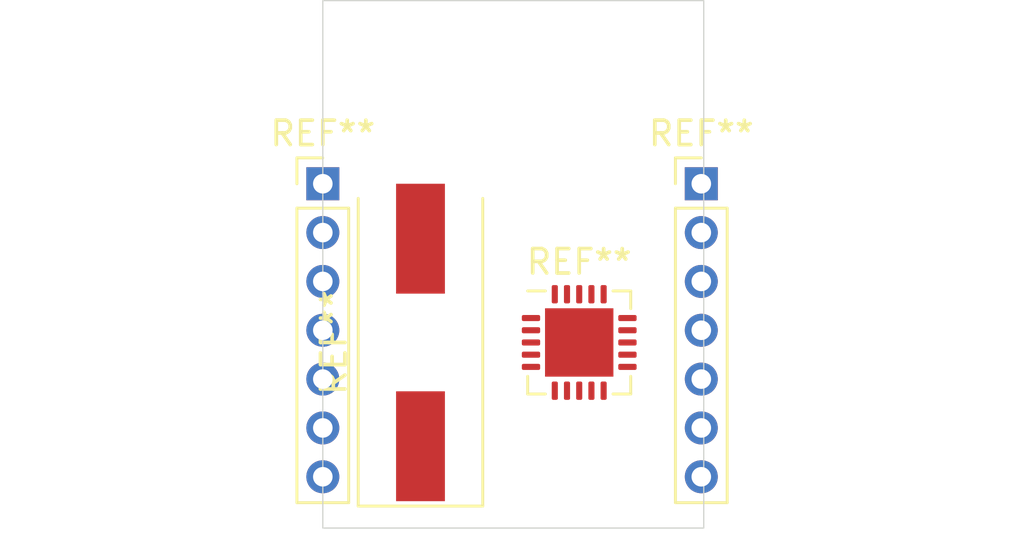
<source format=kicad_pcb>
(kicad_pcb (version 20210824) (generator pcbnew)
  (layers (0 "F.Cu" signal) (31 "B.Cu" signal) (34 "B.Paste" user) (35 "F.Paste" user) (36 "B.SilkS" user "B.Silkscreen") (37 "F.SilkS" user "F.Silkscreen") (38 "B.Mask" user) (39 "F.Mask" user) (44 "Edge.Cuts" user))
  (net 0 "")
  (footprint "Crystal:Crystal_SMD_HC49-SD" (layer "F.Cu") (at 104 114 90)
    (fp_text reference "REF**" (at 0 -3.55 90) (layer "F.SilkS"))
    (fp_text value "Crystal_SMD_HC49-SD")
    (fp_line (start -6.7 2.55) (end 5.9 2.55) (layer "F.SilkS") (width 0.12))
    (fp_line (start -6.7 -2.55) (end -6.7 2.55) (layer "F.SilkS") (width 0.12))
    (fp_line (start 5.9 -2.55) (end -6.7 -2.55) (layer "F.SilkS") (width 0.12))
    (pad "1" smd rect locked (at -4.25 0 90) (size 4.5 2) (layers "F.Cu" "F.Paste" "F.Mask"))
    (pad "2" smd rect locked (at 4.25 0 90) (size 4.5 2) (layers "F.Cu" "F.Paste" "F.Mask"))
  )
  (footprint "Package_DFN_QFN:UQFN-20-1EP_4x4mm_P0.5mm_EP2.8x2.8mm" (layer "F.Cu") (at 110.5 114)
    (fp_text reference "REF**" (at 0 -3.3) (layer "F.SilkS"))
    (fp_text value "UQFN-20-1EP_4x4mm_P0.5mm_EP2.8x2.8mm")
    (fp_line (start -1.385 -2.11) (end -2.11 -2.11) (layer "F.SilkS") (width 0.12))
    (fp_line (start 2.11 2.11) (end 2.11 1.385) (layer "F.SilkS") (width 0.12))
    (fp_line (start -2.11 2.11) (end -2.11 1.385) (layer "F.SilkS") (width 0.12))
    (fp_line (start 1.385 2.11) (end 2.11 2.11) (layer "F.SilkS") (width 0.12))
    (fp_line (start 2.11 -2.11) (end 2.11 -1.385) (layer "F.SilkS") (width 0.12))
    (fp_line (start -1.385 2.11) (end -2.11 2.11) (layer "F.SilkS") (width 0.12))
    (fp_line (start 1.385 -2.11) (end 2.11 -2.11) (layer "F.SilkS") (width 0.12))
    (pad "1" smd roundrect locked (at -1.975 -1) (size 0.75 0.25) (layers "F.Cu" "F.Paste" "F.Mask"))
    (pad "2" smd roundrect locked (at -1.975 -0.5) (size 0.75 0.25) (layers "F.Cu" "F.Paste" "F.Mask"))
    (pad "3" smd roundrect locked (at -1.975 0) (size 0.75 0.25) (layers "F.Cu" "F.Paste" "F.Mask"))
    (pad "4" smd roundrect locked (at -1.975 0.5) (size 0.75 0.25) (layers "F.Cu" "F.Paste" "F.Mask"))
    (pad "5" smd roundrect locked (at -1.975 1) (size 0.75 0.25) (layers "F.Cu" "F.Paste" "F.Mask"))
    (pad "6" smd roundrect locked (at -1 1.975) (size 0.25 0.75) (layers "F.Cu" "F.Paste" "F.Mask"))
    (pad "7" smd roundrect locked (at -0.5 1.975) (size 0.25 0.75) (layers "F.Cu" "F.Paste" "F.Mask"))
    (pad "8" smd roundrect locked (at 0 1.975) (size 0.25 0.75) (layers "F.Cu" "F.Paste" "F.Mask"))
    (pad "9" smd roundrect locked (at 0.5 1.975) (size 0.25 0.75) (layers "F.Cu" "F.Paste" "F.Mask"))
    (pad "10" smd roundrect locked (at 1 1.975) (size 0.25 0.75) (layers "F.Cu" "F.Paste" "F.Mask"))
    (pad "11" smd roundrect locked (at 1.975 1) (size 0.75 0.25) (layers "F.Cu" "F.Paste" "F.Mask"))
    (pad "12" smd roundrect locked (at 1.975 0.5) (size 0.75 0.25) (layers "F.Cu" "F.Paste" "F.Mask"))
    (pad "13" smd roundrect locked (at 1.975 0) (size 0.75 0.25) (layers "F.Cu" "F.Paste" "F.Mask"))
    (pad "14" smd roundrect locked (at 1.975 -0.5) (size 0.75 0.25) (layers "F.Cu" "F.Paste" "F.Mask"))
    (pad "15" smd roundrect locked (at 1.975 -1) (size 0.75 0.25) (layers "F.Cu" "F.Paste" "F.Mask"))
    (pad "16" smd roundrect locked (at 1 -1.975) (size 0.25 0.75) (layers "F.Cu" "F.Paste" "F.Mask"))
    (pad "17" smd roundrect locked (at 0.5 -1.975) (size 0.25 0.75) (layers "F.Cu" "F.Paste" "F.Mask"))
    (pad "18" smd roundrect locked (at 0 -1.975) (size 0.25 0.75) (layers "F.Cu" "F.Paste" "F.Mask"))
    (pad "19" smd roundrect locked (at -0.5 -1.975) (size 0.25 0.75) (layers "F.Cu" "F.Paste" "F.Mask"))
    (pad "20" smd roundrect locked (at -1 -1.975) (size 0.25 0.75) (layers "F.Cu" "F.Paste" "F.Mask"))
    (pad "21" smd rect locked (at 0 0) (size 2.8 2.8) (layers "F.Cu" "F.Mask"))
  )
  (footprint "Connector_PinHeader_2.00mm:PinHeader_1x07_P2.00mm_Vertical" (layer "F.Cu") (at 115.5 107.5)
    (fp_text reference "REF**" (at 0 -2.06) (layer "F.SilkS"))
    (fp_text value "PinHeader_1x07_P2.00mm_Vertical")
    (fp_line (start -1.06 1) (end 1.06 1) (layer "F.SilkS") (width 0.12))
    (fp_line (start -1.06 0) (end -1.06 -1.06) (layer "F.SilkS") (width 0.12))
    (fp_line (start -1.06 1) (end -1.06 13.06) (layer "F.SilkS") (width 0.12))
    (fp_line (start 1.06 1) (end 1.06 13.06) (layer "F.SilkS") (width 0.12))
    (fp_line (start -1.06 13.06) (end 1.06 13.06) (layer "F.SilkS") (width 0.12))
    (fp_line (start -1.06 -1.06) (end 0 -1.06) (layer "F.SilkS") (width 0.12))
    (pad "1" thru_hole rect locked (at 0 0) (size 1.35 1.35) (drill 0.8) (layers *.Cu *.Mask))
    (pad "2" thru_hole oval locked (at 0 2) (size 1.35 1.35) (drill 0.8) (layers *.Cu *.Mask))
    (pad "3" thru_hole oval locked (at 0 4) (size 1.35 1.35) (drill 0.8) (layers *.Cu *.Mask))
    (pad "4" thru_hole oval locked (at 0 6) (size 1.35 1.35) (drill 0.8) (layers *.Cu *.Mask))
    (pad "5" thru_hole oval locked (at 0 8) (size 1.35 1.35) (drill 0.8) (layers *.Cu *.Mask))
    (pad "6" thru_hole oval locked (at 0 10) (size 1.35 1.35) (drill 0.8) (layers *.Cu *.Mask))
    (pad "7" thru_hole oval locked (at 0 12) (size 1.35 1.35) (drill 0.8) (layers *.Cu *.Mask))
  )
  (footprint "Connector_PinHeader_2.00mm:PinHeader_1x07_P2.00mm_Vertical" (layer "F.Cu") (at 100 107.5)
    (fp_text reference "REF**" (at 0 -2.06) (layer "F.SilkS"))
    (fp_text value "PinHeader_1x07_P2.00mm_Vertical")
    (fp_line (start -1.06 1) (end -1.06 13.06) (layer "F.SilkS") (width 0.12))
    (fp_line (start -1.06 13.06) (end 1.06 13.06) (layer "F.SilkS") (width 0.12))
    (fp_line (start -1.06 0) (end -1.06 -1.06) (layer "F.SilkS") (width 0.12))
    (fp_line (start -1.06 -1.06) (end 0 -1.06) (layer "F.SilkS") (width 0.12))
    (fp_line (start -1.06 1) (end 1.06 1) (layer "F.SilkS") (width 0.12))
    (fp_line (start 1.06 1) (end 1.06 13.06) (layer "F.SilkS") (width 0.12))
    (pad "1" thru_hole rect locked (at 0 0) (size 1.35 1.35) (drill 0.8) (layers *.Cu *.Mask))
    (pad "2" thru_hole oval locked (at 0 2) (size 1.35 1.35) (drill 0.8) (layers *.Cu *.Mask))
    (pad "3" thru_hole oval locked (at 0 4) (size 1.35 1.35) (drill 0.8) (layers *.Cu *.Mask))
    (pad "4" thru_hole oval locked (at 0 6) (size 1.35 1.35) (drill 0.8) (layers *.Cu *.Mask))
    (pad "5" thru_hole oval locked (at 0 8) (size 1.35 1.35) (drill 0.8) (layers *.Cu *.Mask))
    (pad "6" thru_hole oval locked (at 0 10) (size 1.35 1.35) (drill 0.8) (layers *.Cu *.Mask))
    (pad "7" thru_hole oval locked (at 0 12) (size 1.35 1.35) (drill 0.8) (layers *.Cu *.Mask))
  )
  (gr_rect (start 100 100) (end 115.6 121.6) (layer "Edge.Cuts") (width 0.05) (fill none))
)
</source>
